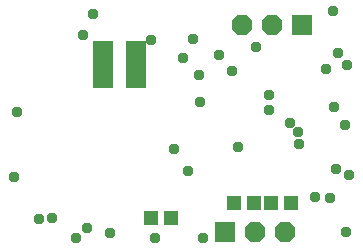
<source format=gbr>
G04 EAGLE Gerber RS-274X export*
G75*
%MOMM*%
%FSLAX34Y34*%
%LPD*%
%INSoldermask Bottom*%
%IPPOS*%
%AMOC8*
5,1,8,0,0,1.08239X$1,22.5*%
G01*
%ADD10R,1.727200X1.727200*%
%ADD11P,1.869504X8X22.500000*%
%ADD12R,1.203200X1.303200*%
%ADD13P,1.869504X8X202.500000*%
%ADD14R,1.803200X2.003200*%
%ADD15C,0.959600*%


D10*
X247700Y19400D03*
D11*
X273100Y19400D03*
X298500Y19400D03*
D12*
X271900Y44300D03*
X254900Y44300D03*
X303000Y44300D03*
X286000Y44300D03*
D10*
X312800Y194800D03*
D13*
X287400Y194800D03*
X262000Y194800D03*
D14*
X144000Y151000D03*
X172000Y151000D03*
X144000Y171000D03*
X172000Y171000D03*
D12*
X201500Y31000D03*
X184500Y31000D03*
D15*
X253000Y156000D03*
X274000Y176000D03*
X71000Y121000D03*
X127000Y186000D03*
X324000Y49000D03*
X333000Y157000D03*
X90000Y30000D03*
X130224Y22694D03*
X136000Y204000D03*
X285000Y135000D03*
X352000Y68000D03*
X349000Y110000D03*
X351000Y161000D03*
X339000Y206058D03*
X350000Y19000D03*
X69000Y66000D03*
X212000Y167000D03*
X185058Y182154D03*
X220000Y183000D03*
X242000Y169000D03*
X225000Y152000D03*
X285000Y123000D03*
X343000Y171000D03*
X302000Y112000D03*
X340000Y125000D03*
X309000Y104000D03*
X341000Y73000D03*
X310000Y94000D03*
X336000Y48000D03*
X258000Y91000D03*
X101000Y31000D03*
X188000Y13942D03*
X226000Y129000D03*
X229000Y14000D03*
X204000Y90000D03*
X216000Y71000D03*
X121000Y13942D03*
X150000Y18306D03*
M02*

</source>
